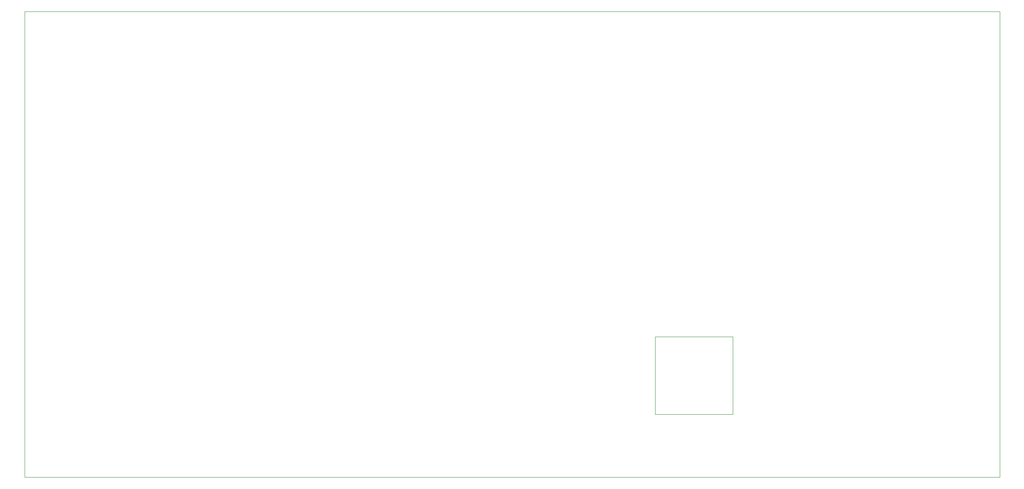
<source format=gbr>
G04 #@! TF.GenerationSoftware,KiCad,Pcbnew,(5.1.4-0-10_14)*
G04 #@! TF.CreationDate,2019-12-15T18:29:09+01:00*
G04 #@! TF.ProjectId,ProgrammerController,50726f67-7261-46d6-9d65-72436f6e7472,rev?*
G04 #@! TF.SameCoordinates,Original*
G04 #@! TF.FileFunction,Profile,NP*
%FSLAX46Y46*%
G04 Gerber Fmt 4.6, Leading zero omitted, Abs format (unit mm)*
G04 Created by KiCad (PCBNEW (5.1.4-0-10_14)) date 2019-12-15 18:29:09*
%MOMM*%
%LPD*%
G04 APERTURE LIST*
%ADD10C,0.050000*%
G04 APERTURE END LIST*
D10*
X177900000Y-130000000D02*
X177900000Y-114000000D01*
X193900000Y-130000000D02*
X177900000Y-130000000D01*
X193900000Y-114000000D02*
X193900000Y-130000000D01*
X177900000Y-114000000D02*
X193900000Y-114000000D01*
X47900000Y-47000000D02*
X47900000Y-143000000D01*
X47900000Y-143000000D02*
X248900000Y-143000000D01*
X248900000Y-47000000D02*
X248900000Y-143000000D01*
X47900000Y-47000000D02*
X248900000Y-47000000D01*
M02*

</source>
